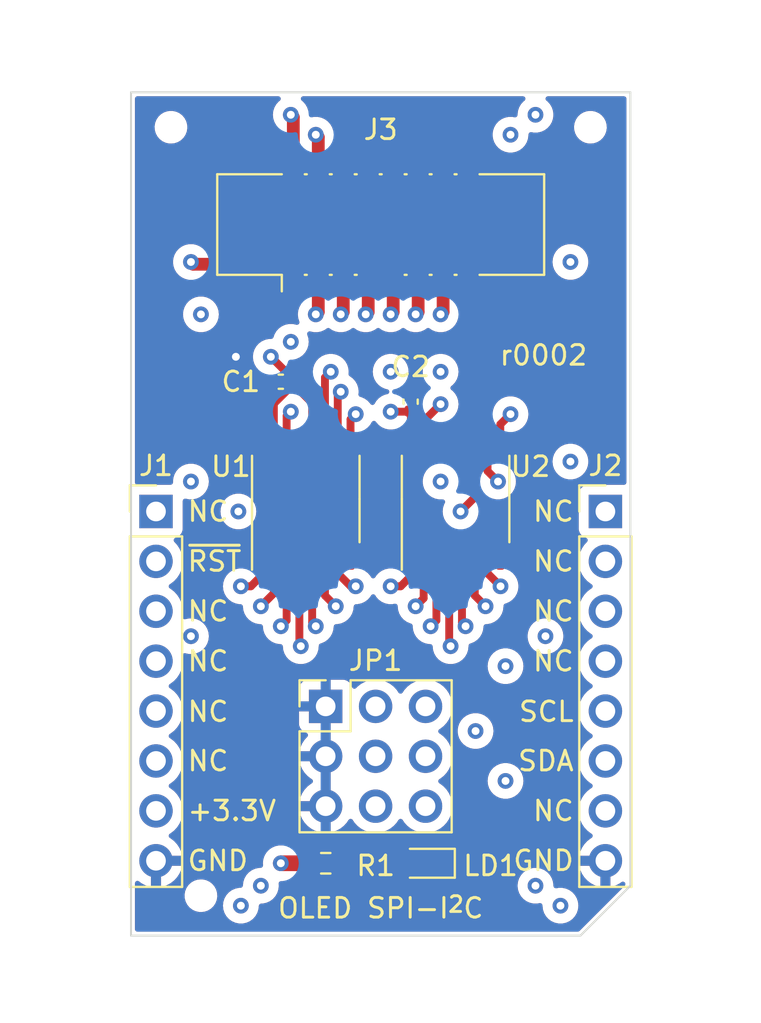
<source format=kicad_pcb>
(kicad_pcb (version 20221018) (generator pcbnew)
  (layers (0 "F.Cu" mixed "F.Cu.Gnd") (1 "In1.Cu" mixed "In1.Cu.SigPwr") (2 "In2.Cu" mixed "In2.Cu.SigPwr") (31 "B.Cu" mixed "B.Cu.Gnd") (34 "B.Paste" user) (35 "F.Paste" user) (36 "B.SilkS" user "B.Silkscreen") (37 "F.SilkS" user "F.Silkscreen") (38 "B.Mask" user) (39 "F.Mask" user) (44 "Edge.Cuts" user))
  (net 0 "")
  (net 1 "GND")
  (net 2 "+3.3V")
  (net 4 "/~{RST}")
  (net 13 "/SCL")
  (net 14 "/SDA")
  (net 16 "/D_D_~{C}")
  (net 17 "/D_EN")
  (net 18 "/D_~{CS}")
  (net 20 "/D_SCK")
  (net 22 "/D_SDO")
  (net 24 "/D_SDI")
  (net 27 "/A0")
  (net 28 "/A1")
  (net 29 "/A2")
  (net 30 "/B_~{INT}")
  (net 31 "Net-(LD1-A)")
  (net 33 "/D_R_~{W}")
  (net 35 "/D_~{RST}")
  (footprint "Capacitor_SMD:C_0402_1005Metric" (layer "F.Cu") (at 39.624 41.91 -90)
    (fp_text reference "C2" (at -1.778 0) (layer "F.SilkS"))
    (fp_text value "100nF")
    (fp_line (start -0.107836 -0.36) (end 0.107836 -0.36) (stroke (width 0.12)) (layer "F.SilkS"))
    (fp_line (start -0.107836 0.36) (end 0.107836 0.36) (stroke (width 0.12)) (layer "F.SilkS"))
    (pad "1" smd roundrect (at -0.48 0 270) (size 0.56 0.62) (layers "F.Cu" "F.Paste" "F.Mask") (net 1 "GND"))
    (pad "2" smd roundrect (at 0.48 0 270) (size 0.56 0.62) (layers "F.Cu" "F.Paste" "F.Mask") (net 2 "+3.3V"))
  )
  (footprint "Capacitor_SMD:C_0402_1005Metric" (layer "F.Cu") (at 33.02 40.894)
    (fp_text reference "C1" (at -2.032 0) (layer "F.SilkS"))
    (fp_text value "100nF")
    (fp_line (start -0.107836 -0.36) (end 0.107836 -0.36) (stroke (width 0.12)) (layer "F.SilkS"))
    (fp_line (start -0.107836 0.36) (end 0.107836 0.36) (stroke (width 0.12)) (layer "F.SilkS"))
    (pad "1" smd roundrect (at -0.48 0) (size 0.56 0.62) (layers "F.Cu" "F.Paste" "F.Mask") (net 1 "GND"))
    (pad "2" smd roundrect (at 0.48 0) (size 0.56 0.62) (layers "F.Cu" "F.Paste" "F.Mask") (net 2 "+3.3V"))
  )
  (footprint "JLCPCB:JLCPCB_Mounting_Hole" (layer "F.Cu") (at 28.956 67.056)
    (fp_text reference "REF**" hide)
    (fp_text value "JLCPCB_Mounting_Hole")
    (pad "" np_thru_hole circle (at 0 0) (size 1.152 1.152) (drill 1.152) (layers "F&B.Cu" "*.Mask"))
  )
  (footprint "LED_SMD:LED_0603_1608Metric" (layer "F.Cu") (at 40.386 65.405 180)
    (fp_text reference "LD1" (at -3.302 -0.127) (layer "F.SilkS"))
    (fp_text value "PWR")
    (fp_line (start -1.485 -0.735) (end -1.485 0.735) (stroke (width 0.12)) (layer "F.SilkS"))
    (fp_line (start -1.485 0.735) (end 0.8 0.735) (stroke (width 0.12)) (layer "F.SilkS"))
    (fp_line (start 0.8 -0.735) (end -1.485 -0.735) (stroke (width 0.12)) (layer "F.SilkS"))
    (pad "1" smd roundrect (at -0.7875 0 180) (size 0.875 0.95) (layers "F.Cu" "F.Paste" "F.Mask") (net 1 "GND"))
    (pad "2" smd roundrect (at 0.7875 0 180) (size 0.875 0.95) (layers "F.Cu" "F.Paste" "F.Mask") (net 31 "Net-(LD1-A)"))
  )
  (footprint "Connector_PinHeader_2.54mm:PinHeader_1x08_P2.54mm_Vertical" (layer "F.Cu") (at 26.67 47.498)
    (fp_text reference "J1" (at 0 -2.33) (layer "F.SilkS"))
    (fp_text value "mikroBUS_L")
    (fp_line (start -1.33 -1.33) (end 0 -1.33) (stroke (width 0.12)) (layer "F.SilkS"))
    (fp_line (start -1.33 0) (end -1.33 -1.33) (stroke (width 0.12)) (layer "F.SilkS"))
    (fp_line (start -1.33 1.27) (end -1.33 19.11) (stroke (width 0.12)) (layer "F.SilkS"))
    (fp_line (start -1.33 1.27) (end 1.33 1.27) (stroke (width 0.12)) (layer "F.SilkS"))
    (fp_line (start -1.33 19.11) (end 1.33 19.11) (stroke (width 0.12)) (layer "F.SilkS"))
    (fp_line (start 1.33 1.27) (end 1.33 19.11) (stroke (width 0.12)) (layer "F.SilkS"))
    (pad "1" thru_hole rect (at 0 0) (size 1.7 1.7) (drill 1) (layers "*.Cu" "*.Mask"))
    (pad "2" thru_hole oval (at 0 2.54) (size 1.7 1.7) (drill 1) (layers "*.Cu" "*.Mask") (net 4 "/~{RST}"))
    (pad "3" thru_hole oval (at 0 5.08) (size 1.7 1.7) (drill 1) (layers "*.Cu" "*.Mask"))
    (pad "4" thru_hole oval (at 0 7.62) (size 1.7 1.7) (drill 1) (layers "*.Cu" "*.Mask"))
    (pad "5" thru_hole oval (at 0 10.16) (size 1.7 1.7) (drill 1) (layers "*.Cu" "*.Mask"))
    (pad "6" thru_hole oval (at 0 12.7) (size 1.7 1.7) (drill 1) (layers "*.Cu" "*.Mask"))
    (pad "7" thru_hole oval (at 0 15.24) (size 1.7 1.7) (drill 1) (layers "*.Cu" "*.Mask") (net 2 "+3.3V"))
    (pad "8" thru_hole oval (at 0 17.78) (size 1.7 1.7) (drill 1) (layers "*.Cu" "*.Mask") (net 1 "GND"))
  )
  (footprint "Connector_PinHeader_2.54mm:PinHeader_1x08_P2.54mm_Vertical" (layer "F.Cu") (at 49.53 47.498)
    (fp_text reference "J2" (at 0 -2.33) (layer "F.SilkS"))
    (fp_text value "mikroBUS_R")
    (fp_line (start -1.33 -1.33) (end 0 -1.33) (stroke (width 0.12)) (layer "F.SilkS"))
    (fp_line (start -1.33 0) (end -1.33 -1.33) (stroke (width 0.12)) (layer "F.SilkS"))
    (fp_line (start -1.33 1.27) (end -1.33 19.11) (stroke (width 0.12)) (layer "F.SilkS"))
    (fp_line (start -1.33 1.27) (end 1.33 1.27) (stroke (width 0.12)) (layer "F.SilkS"))
    (fp_line (start -1.33 19.11) (end 1.33 19.11) (stroke (width 0.12)) (layer "F.SilkS"))
    (fp_line (start 1.33 1.27) (end 1.33 19.11) (stroke (width 0.12)) (layer "F.SilkS"))
    (pad "1" thru_hole rect (at 0 0) (size 1.7 1.7) (drill 1) (layers "*.Cu" "*.Mask"))
    (pad "2" thru_hole oval (at 0 2.54) (size 1.7 1.7) (drill 1) (layers "*.Cu" "*.Mask"))
    (pad "3" thru_hole oval (at 0 5.08) (size 1.7 1.7) (drill 1) (layers "*.Cu" "*.Mask"))
    (pad "4" thru_hole oval (at 0 7.62) (size 1.7 1.7) (drill 1) (layers "*.Cu" "*.Mask"))
    (pad "5" thru_hole oval (at 0 10.16) (size 1.7 1.7) (drill 1) (layers "*.Cu" "*.Mask") (net 13 "/SCL"))
    (pad "6" thru_hole oval (at 0 12.7) (size 1.7 1.7) (drill 1) (layers "*.Cu" "*.Mask") (net 14 "/SDA"))
    (pad "7" thru_hole oval (at 0 15.24) (size 1.7 1.7) (drill 1) (layers "*.Cu" "*.Mask"))
    (pad "8" thru_hole oval (at 0 17.78) (size 1.7 1.7) (drill 1) (layers "*.Cu" "*.Mask") (net 1 "GND"))
  )
  (footprint "Connector_PinHeader_2.54mm_Jumper:PinHeader_3x03_P2.54mm_Vertical" (layer "F.Cu") (at 35.301 57.419)
    (fp_text reference "JP1" (at 2.54 -2.33) (layer "F.SilkS"))
    (fp_text value "ADDR")
    (fp_line (start -1.33 -1.33) (end 0 -1.33) (stroke (width 0.12)) (layer "F.SilkS"))
    (fp_line (start -1.33 0) (end -1.33 -1.33) (stroke (width 0.12)) (layer "F.SilkS"))
    (fp_line (start -1.33 1.27) (end -1.33 6.41) (stroke (width 0.12)) (layer "F.SilkS"))
    (fp_line (start -1.33 1.27) (end 1.27 1.27) (stroke (width 0.12)) (layer "F.SilkS"))
    (fp_line (start -1.33 6.41) (end 6.41 6.41) (stroke (width 0.12)) (layer "F.SilkS"))
    (fp_line (start 1.27 -1.33) (end 6.41 -1.33) (stroke (width 0.12)) (layer "F.SilkS"))
    (fp_line (start 1.27 1.27) (end 1.27 -1.33) (stroke (width 0.12)) (layer "F.SilkS"))
    (fp_line (start 6.41 -1.33) (end 6.41 6.41) (stroke (width 0.12)) (layer "F.SilkS"))
    (pad "1" thru_hole rect (at 0 0) (size 1.7 1.7) (drill 1) (layers "*.Cu" "*.Mask") (net 1 "GND"))
    (pad "2" thru_hole oval (at 2.54 0) (size 1.7 1.7) (drill 1) (layers "*.Cu" "*.Mask") (net 27 "/A0"))
    (pad "3" thru_hole oval (at 5.08 0) (size 1.7 1.7) (drill 1) (layers "*.Cu" "*.Mask") (net 2 "+3.3V"))
    (pad "4" thru_hole oval (at 0 2.54) (size 1.7 1.7) (drill 1) (layers "*.Cu" "*.Mask") (net 1 "GND"))
    (pad "5" thru_hole oval (at 2.54 2.54) (size 1.7 1.7) (drill 1) (layers "*.Cu" "*.Mask") (net 28 "/A1"))
    (pad "6" thru_hole oval (at 5.08 2.54) (size 1.7 1.7) (drill 1) (layers "*.Cu" "*.Mask") (net 2 "+3.3V"))
    (pad "7" thru_hole oval (at 0 5.08) (size 1.7 1.7) (drill 1) (layers "*.Cu" "*.Mask") (net 1 "GND"))
    (pad "8" thru_hole oval (at 2.54 5.08) (size 1.7 1.7) (drill 1) (layers "*.Cu" "*.Mask") (net 29 "/A2"))
    (pad "9" thru_hole oval (at 5.08 5.08) (size 1.7 1.7) (drill 1) (layers "*.Cu" "*.Mask") (net 2 "+3.3V"))
  )
  (footprint "Package_SO:TSSOP-16_4.4x5mm_P0.65mm" (layer "F.Cu") (at 34.29 46.863 90)
    (fp_text reference "U1" (at 1.651 -3.81) (layer "F.SilkS"))
    (fp_text value "SC18IS606PW")
    (fp_line (start 0 -2.735) (end -3.6 -2.735) (stroke (width 0.12)) (layer "F.SilkS"))
    (fp_line (start 0 -2.735) (end 2.2 -2.735) (stroke (width 0.12)) (layer "F.SilkS"))
    (fp_line (start 0 2.735) (end -2.2 2.735) (stroke (width 0.12)) (layer "F.SilkS"))
    (fp_line (start 0 2.735) (end 2.2 2.735) (stroke (width 0.12)) (layer "F.SilkS"))
    (pad "1" smd roundrect (at -2.8625 -2.275 90) (size 1.475 0.4) (layers "F.Cu" "F.Paste" "F.Mask") (net 14 "/SDA"))
    (pad "2" smd roundrect (at -2.8625 -1.625 90) (size 1.475 0.4) (layers "F.Cu" "F.Paste" "F.Mask") (net 13 "/SCL"))
    (pad "3" smd roundrect (at -2.8625 -0.975 90) (size 1.475 0.4) (layers "F.Cu" "F.Paste" "F.Mask") (net 30 "/B_~{INT}"))
    (pad "4" smd roundrect (at -2.8625 -0.325 90) (size 1.475 0.4) (layers "F.Cu" "F.Paste" "F.Mask") (net 4 "/~{RST}"))
    (pad "5" smd roundrect (at -2.8625 0.325 90) (size 1.475 0.4) (layers "F.Cu" "F.Paste" "F.Mask") (net 29 "/A2"))
    (pad "6" smd roundrect (at -2.8625 0.975 90) (size 1.475 0.4) (layers "F.Cu" "F.Paste" "F.Mask") (net 28 "/A1"))
    (pad "7" smd roundrect (at -2.8625 1.625 90) (size 1.475 0.4) (layers "F.Cu" "F.Paste" "F.Mask") (net 27 "/A0"))
    (pad "8" smd roundrect (at -2.8625 2.275 90) (size 1.475 0.4) (layers "F.Cu" "F.Paste" "F.Mask"))
    (pad "9" smd roundrect (at 2.8625 2.275 90) (size 1.475 0.4) (layers "F.Cu" "F.Paste" "F.Mask") (net 18 "/D_~{CS}"))
    (pad "10" smd roundrect (at 2.8625 1.625 90) (size 1.475 0.4) (layers "F.Cu" "F.Paste" "F.Mask") (net 24 "/D_SDI"))
    (pad "11" smd roundrect (at 2.8625 0.975 90) (size 1.475 0.4) (layers "F.Cu" "F.Paste" "F.Mask") (net 20 "/D_SCK"))
    (pad "12" smd roundrect (at 2.8625 0.325 90) (size 1.475 0.4) (layers "F.Cu" "F.Paste" "F.Mask") (net 2 "+3.3V"))
    (pad "13" smd roundrect (at 2.8625 -0.325 90) (size 1.475 0.4) (layers "F.Cu" "F.Paste" "F.Mask") (net 1 "GND"))
    (pad "14" smd roundrect (at 2.8625 -0.975 90) (size 1.475 0.4) (layers "F.Cu" "F.Paste" "F.Mask") (net 22 "/D_SDO"))
    (pad "15" smd roundrect (at 2.8625 -1.625 90) (size 1.475 0.4) (layers "F.Cu" "F.Paste" "F.Mask") (net 2 "+3.3V"))
    (pad "16" smd roundrect (at 2.8625 -2.275 90) (size 1.475 0.4) (layers "F.Cu" "F.Paste" "F.Mask"))
  )
  (footprint "Package_SO:TSSOP-16_4.4x5mm_P0.65mm" (layer "F.Cu") (at 41.91 46.863 90)
    (fp_text reference "U2" (at 1.651 3.81) (layer "F.SilkS"))
    (fp_text value "PCA9557PW")
    (fp_line (start 0 -2.735) (end -3.6 -2.735) (stroke (width 0.12)) (layer "F.SilkS"))
    (fp_line (start 0 -2.735) (end 2.2 -2.735) (stroke (width 0.12)) (layer "F.SilkS"))
    (fp_line (start 0 2.735) (end -2.2 2.735) (stroke (width 0.12)) (layer "F.SilkS"))
    (fp_line (start 0 2.735) (end 2.2 2.735) (stroke (width 0.12)) (layer "F.SilkS"))
    (pad "1" smd roundrect (at -2.8625 -2.275 90) (size 1.475 0.4) (layers "F.Cu" "F.Paste" "F.Mask") (net 13 "/SCL"))
    (pad "2" smd roundrect (at -2.8625 -1.625 90) (size 1.475 0.4) (layers "F.Cu" "F.Paste" "F.Mask") (net 14 "/SDA"))
    (pad "3" smd roundrect (at -2.8625 -0.975 90) (size 1.475 0.4) (layers "F.Cu" "F.Paste" "F.Mask") (net 27 "/A0"))
    (pad "4" smd roundrect (at -2.8625 -0.325 90) (size 1.475 0.4) (layers "F.Cu" "F.Paste" "F.Mask") (net 28 "/A1"))
    (pad "5" smd roundrect (at -2.8625 0.325 90) (size 1.475 0.4) (layers "F.Cu" "F.Paste" "F.Mask") (net 29 "/A2"))
    (pad "6" smd roundrect (at -2.8625 0.975 90) (size 1.475 0.4) (layers "F.Cu" "F.Paste" "F.Mask") (net 30 "/B_~{INT}"))
    (pad "7" smd roundrect (at -2.8625 1.625 90) (size 1.475 0.4) (layers "F.Cu" "F.Paste" "F.Mask") (net 16 "/D_D_~{C}"))
    (pad "8" smd roundrect (at -2.8625 2.275 90) (size 1.475 0.4) (layers "F.Cu" "F.Paste" "F.Mask") (net 1 "GND"))
    (pad "9" smd roundrect (at 2.8625 2.275 90) (size 1.475 0.4) (layers "F.Cu" "F.Paste" "F.Mask") (net 17 "/D_EN"))
    (pad "10" smd roundrect (at 2.8625 1.625 90) (size 1.475 0.4) (layers "F.Cu" "F.Paste" "F.Mask") (net 33 "/D_R_~{W}"))
    (pad "11" smd roundrect (at 2.8625 0.975 90) (size 1.475 0.4) (layers "F.Cu" "F.Paste" "F.Mask") (net 35 "/D_~{RST}"))
    (pad "12" smd roundrect (at 2.8625 0.325 90) (size 1.475 0.4) (layers "F.Cu" "F.Paste" "F.Mask"))
    (pad "13" smd roundrect (at 2.8625 -0.325 90) (size 1.475 0.4) (layers "F.Cu" "F.Paste" "F.Mask"))
    (pad "14" smd roundrect (at 2.8625 -0.975 90) (size 1.475 0.4) (layers "F.Cu" "F.Paste" "F.Mask"))
    (pad "15" smd roundrect (at 2.8625 -1.625 90) (size 1.475 0.4) (layers "F.Cu" "F.Paste" "F.Mask") (net 4 "/~{RST}"))
    (pad "16" smd roundrect (at 2.8625 -2.275 90) (size 1.475 0.4) (layers "F.Cu" "F.Paste" "F.Mask") (net 2 "+3.3V"))
  )
  (footprint "Connector_PinHeader_1.27mm_LowProfile:CNC_3221-16-0300-00" (layer "F.Cu") (at 38.1 32.893)
    (fp_text reference "J3" (at 0 -4.83 unlocked) (layer "F.SilkS"))
    (fp_text value "Conn_02x08_Odd_Even")
    (fp_line (start -8.315 -2.56) (end -8.315 2.56) (stroke (width 0.12)) (layer "F.SilkS"))
    (fp_line (start -8.315 -2.56) (end -5.03 -2.56) (stroke (width 0.12)) (layer "F.SilkS"))
    (fp_line (start -8.315 2.56) (end -5.03 2.56) (stroke (width 0.12)) (layer "F.SilkS"))
    (fp_line (start -5.03 2.56) (end -5.03 3.4) (stroke (width 0.12)) (layer "F.SilkS"))
    (fp_line (start -3.86 -2.56) (end -3.76 -2.56) (stroke (width 0.12)) (layer "F.SilkS"))
    (fp_line (start -3.86 2.56) (end -3.76 2.56) (stroke (width 0.12)) (layer "F.SilkS"))
    (fp_line (start -2.59 -2.56) (end -2.49 -2.56) (stroke (width 0.12)) (layer "F.SilkS"))
    (fp_line (start -2.59 2.56) (end -2.49 2.56) (stroke (width 0.12)) (layer "F.SilkS"))
    (fp_line (start -1.32 -2.56) (end -1.22 -2.56) (stroke (width 0.12)) (layer "F.SilkS"))
    (fp_line (start -1.32 2.56) (end -1.22 2.56) (stroke (width 0.12)) (layer "F.SilkS"))
    (fp_line (start -0.05 -2.56) (end 0.05 -2.56) (stroke (width 0.12)) (layer "F.SilkS"))
    (fp_line (start 1.22 -2.56) (end 1.32 -2.56) (stroke (width 0.12)) (layer "F.SilkS"))
    (fp_line (start 1.22 2.56) (end 1.32 2.56) (stroke (width 0.12)) (layer "F.SilkS"))
    (fp_line (start 2.49 -2.56) (end 2.59 -2.56) (stroke (width 0.12)) (layer "F.SilkS"))
    (fp_line (start 2.49 2.56) (end 2.59 2.56) (stroke (width 0.12)) (layer "F.SilkS"))
    (fp_line (start 3.76 -2.56) (end 3.86 -2.56) (stroke (width 0.12)) (layer "F.SilkS"))
    (fp_line (start 3.76 2.56) (end 3.86 2.56) (stroke (width 0.12)) (layer "F.SilkS"))
    (fp_line (start 5.03 -2.56) (end 8.315 -2.56) (stroke (width 0.12)) (layer "F.SilkS"))
    (fp_line (start 5.03 2.56) (end 8.315 2.56) (stroke (width 0.12)) (layer "F.SilkS"))
    (fp_line (start 8.315 -2.56) (end 8.315 2.56) (stroke (width 0.12)) (layer "F.SilkS"))
    (pad "1" smd rect (at -4.445 2.02) (size 0.65 2.76) (layers "F.Cu" "F.Paste" "F.Mask") (net 33 "/D_R_~{W}"))
    (pad "2" smd rect (at -4.445 -2.02) (size 0.65 2.76) (layers "F.Cu" "F.Paste" "F.Mask") (net 16 "/D_D_~{C}"))
    (pad "3" smd rect (at -3.175 2.02) (size 0.65 2.76) (layers "F.Cu" "F.Paste" "F.Mask") (net 35 "/D_~{RST}"))
    (pad "4" smd rect (at -3.175 -2.02) (size 0.65 2.76) (layers "F.Cu" "F.Paste" "F.Mask") (net 17 "/D_EN"))
    (pad "5" smd rect (at -1.905 2.02) (size 0.65 2.76) (layers "F.Cu" "F.Paste" "F.Mask") (net 18 "/D_~{CS}"))
    (pad "6" smd rect (at -1.905 -2.02) (size 0.65 2.76) (layers "F.Cu" "F.Paste" "F.Mask"))
    (pad "7" smd rect (at -0.635 2.02) (size 0.65 2.76) (layers "F.Cu" "F.Paste" "F.Mask") (net 20 "/D_SCK"))
    (pad "8" smd rect (at -0.635 -2.02) (size 0.65 2.76) (layers "F.Cu" "F.Paste" "F.Mask"))
    (pad "9" smd rect (at 0.635 2.02) (size 0.65 2.76) (layers "F.Cu" "F.Paste" "F.Mask") (net 22 "/D_SDO"))
    (pad "10" smd rect (at 0.635 -2.02) (size 0.65 2.76) (layers "F.Cu" "F.Paste" "F.Mask"))
    (pad "11" smd rect (at 1.905 2.02) (size 0.65 2.76) (layers "F.Cu" "F.Paste" "F.Mask") (net 24 "/D_SDI"))
    (pad "12" smd rect (at 1.905 -2.02) (size 0.65 2.76) (layers "F.Cu" "F.Paste" "F.Mask"))
    (pad "13" smd rect (at 3.175 2.02) (size 0.65 2.76) (layers "F.Cu" "F.Paste" "F.Mask") (net 2 "+3.3V"))
    (pad "14" smd rect (at 3.175 -2.02) (size 0.65 2.76) (layers "F.Cu" "F.Paste" "F.Mask"))
    (pad "15" smd rect (at 4.445 2.02) (size 0.65 2.76) (layers "F.Cu" "F.Paste" "F.Mask") (net 1 "GND"))
    (pad "16" smd rect (at 4.445 -2.02) (size 0.65 2.76) (layers "F.Cu" "F.Paste" "F.Mask") (net 1 "GND"))
  )
  (footprint "JLCPCB:JLCPCB_Mounting_Hole" (layer "F.Cu") (at 27.432 27.94)
    (fp_text reference "REF**" hide)
    (fp_text value "JLCPCB_Mounting_Hole")
    (pad "" np_thru_hole circle (at 0 0) (size 1.152 1.152) (drill 1.152) (layers "F&B.Cu" "*.Mask"))
  )
  (footprint "Resistor_SMD:R_0603_1608Metric" (layer "F.Cu") (at 35.306 65.405)
    (fp_text reference "R1" (at 2.54 0.127) (layer "F.SilkS"))
    (fp_text value "470Ω")
    (fp_line (start -0.237258 -0.5225) (end 0.237258 -0.5225) (stroke (width 0.12)) (layer "F.SilkS"))
    (fp_line (start -0.237258 0.5225) (end 0.237258 0.5225) (stroke (width 0.12)) (layer "F.SilkS"))
    (pad "1" smd roundrect (at -0.825 0) (size 0.8 0.95) (layers "F.Cu" "F.Paste" "F.Mask") (net 2 "+3.3V"))
    (pad "2" smd roundrect (at 0.825 0) (size 0.8 0.95) (layers "F.Cu" "F.Paste" "F.Mask") (net 31 "Net-(LD1-A)"))
  )
  (footprint "JLCPCB:JLCPCB_Mounting_Hole" (layer "F.Cu") (at 48.768 27.94)
    (fp_text reference "REF**" hide)
    (fp_text value "JLCPCB_Mounting_Hole")
    (pad "" np_thru_hole circle (at 0 0) (size 1.152 1.152) (drill 1.152) (layers "F&B.Cu" "*.Mask"))
  )
  (gr_line (start 50.8 66.548) (end 50.8 26.162) (stroke (width 0.1)) (layer "Edge.Cuts"))
  (gr_line (start 25.4 69.088) (end 25.4 26.162) (stroke (width 0.1)) (layer "Edge.Cuts"))
  (gr_line (start 25.4 26.162) (end 50.8 26.162) (stroke (width 0.1)) (layer "Edge.Cuts"))
  (gr_line (start 25.4 69.088) (end 48.26 69.088) (stroke (width 0.1)) (layer "Edge.Cuts"))
  (gr_line (start 48.26 69.088) (end 50.8 66.548) (stroke (width 0.1)) (layer "Edge.Cuts"))
  (gr_text "SDA" (at 48.006 60.198) (layer "F.SilkS") (effects (font (size 1 1)) (justify right)))
  (gr_text "OLED SPI-I^{2}C" (at 38.1 67.691) (layer "F.SilkS") (effects (font (size 1 1))))
  (gr_text "r0002" (at 44.069 40.132) (layer "F.SilkS") (effects (font (size 1 1)) (justify left bottom)))
  (gr_text "NC" (at 48.006 50.038) (layer "F.SilkS") (effects (font (size 1 1)) (justify right)))
  (gr_text "~{RST}" (at 28.190279 50.038) (layer "F.SilkS") (effects (font (size 1 1)) (justify left)))
  (gr_text "NC" (at 28.194 47.498) (layer "F.SilkS") (effects (font (size 1 1)) (justify left)))
  (gr_text "NC" (at 28.194 57.688) (layer "F.SilkS") (effects (font (size 1 1)) (justify left)))
  (gr_text "NC" (at 48.006 62.738) (layer "F.SilkS") (effects (font (size 1 1)) (justify right)))
  (gr_text "NC" (at 48.006 55.118) (layer "F.SilkS") (effects (font (size 1 1)) (justify right)))
  (gr_text "NC" (at 48.006 52.578) (layer "F.SilkS") (effects (font (size 1 1)) (justify right)))
  (gr_text "+3.3V" (at 28.194 62.738) (layer "F.SilkS") (effects (font (size 1 1)) (justify left)))
  (gr_text "GND" (at 28.194 65.278) (layer "F.SilkS") (effects (font (size 1 1)) (justify left)))
  (gr_text "GND" (at 48.006 65.270852) (layer "F.SilkS") (effects (font (size 1 1)) (justify right)))
  (gr_text "NC" (at 48.006 47.498) (layer "F.SilkS") (effects (font (size 1 1)) (justify right)))
  (gr_text "SCL" (at 48.006 57.688) (layer "F.SilkS") (effects (font (size 1 1)) (justify right)))
  (gr_text "NC" (at 28.194 52.578) (layer "F.SilkS") (effects (font (size 1 1)) (justify left)))
  (gr_text "NC" (at 28.194 60.198) (layer "F.SilkS") (effects (font (size 1 1)) (justify left)))
  (gr_text "NC" (at 28.194 55.118) (layer "F.SilkS") (effects (font (size 1 1)) (justify left)))
  (segment (start 33.965 44.0005) (end 33.965 45.268) (width 0.4) (layer "F.Cu") (net 1))
  (via (at 30.734 39.624) (size 0.8) (drill 0.4) (layers "F.Cu" "B.Cu") (net 1))
  (segment (start 39.635 44.0005) (end 39.635 42.302) (width 0.4) (layer "F.Cu") (net 2))
  (segment (start 34.481 65.405) (end 33.02 65.405) (width 0.8) (layer "F.Cu") (net 2))
  (segment (start 33.5 40.894) (end 33.5 40.612) (width 0.4) (layer "F.Cu") (net 2))
  (segment (start 41.275 37.338) (end 41.148 37.465) (width 0.65) (layer "F.Cu") (net 2))
  (segment (start 34.615 41.981) (end 34.615 44.0005) (width 0.4) (layer "F.Cu") (net 2))
  (segment (start 34.615 41.981) (end 33.782 41.148) (width 0.4) (layer "F.Cu") (net 2))
  (segment (start 32.665 44.0005) (end 32.665 42.011) (width 0.4) (layer "F.Cu") (net 2))
  (segment (start 33.5 40.612) (end 32.512 39.624) (width 0.4) (layer "F.Cu") (net 2))
  (segment (start 33.782 41.148) (end 33.528 41.148) (width 0.4) (layer "F.Cu") (net 2))
  (segment (start 39.624 42.418) (end 38.608 42.418) (width 0.4) (layer "F.Cu") (net 2))
  (segment (start 32.665 42.011) (end 33.528 41.148) (width 0.4) (layer "F.Cu") (net 2))
  (segment (start 41.275 34.913) (end 41.275 37.338) (width 0.65) (layer "F.Cu") (net 2))
  (via (at 32.512 39.624) (size 0.8) (drill 0.4) (layers "F.Cu" "B.Cu") (net 2))
  (via (at 46.482 53.848) (size 0.8) (drill 0.4) (layers "F.Cu" "B.Cu") (net 2))
  (via (at 38.608 42.418) (size 0.8) (drill 0.4) (layers "F.Cu" "B.Cu") (net 2))
  (via (at 33.02 65.405) (size 0.8) (drill 0.4) (layers "F.Cu" "B.Cu") (net 2))
  (via (at 41.148 37.465) (size 0.8) (drill 0.4) (layers "F.Cu" "B.Cu") (net 2))
  (segment (start 33.965 54.285) (end 34.036 54.356) (width 0.4) (layer "F.Cu") (net 4))
  (segment (start 40.285 42.9) (end 41.148 42.037) (width 0.4) (layer "F.Cu") (net 4))
  (segment (start 40.285 44.0005) (end 40.285 42.9) (width 0.4) (layer "F.Cu") (net 4))
  (segment (start 33.965 49.7255) (end 33.965 54.285) (width 0.4) (layer "F.Cu") (net 4))
  (via (at 34.036 54.356) (size 0.8) (drill 0.4) (layers "F.Cu" "B.Cu") (net 4))
  (via (at 28.448 53.848) (size 0.8) (drill 0.4) (layers "F.Cu" "B.Cu") (net 4))
  (via (at 41.148 45.974) (size 0.8) (drill 0.4) (layers "F.Cu" "B.Cu") (net 4))
  (via (at 41.148 42.037) (size 0.8) (drill 0.4) (layers "F.Cu" "B.Cu") (net 4))
  (via (at 28.448 45.974) (size 0.8) (drill 0.4) (layers "F.Cu" "B.Cu") (net 4))
  (segment (start 32.665 49.7255) (end 32.665 51.663) (width 0.4) (layer "F.Cu") (net 13))
  (segment (start 39.116 51.308) (end 38.608 51.308) (width 0.4) (layer "F.Cu") (net 13))
  (segment (start 32.665 51.663) (end 32.004 52.324) (width 0.4) (layer "F.Cu") (net 13))
  (segment (start 39.635 49.7255) (end 39.635 50.789) (width 0.4) (layer "F.Cu") (net 13))
  (segment (start 39.635 50.789) (end 39.116 51.308) (width 0.4) (layer "F.Cu") (net 13))
  (via (at 38.608 51.308) (size 0.8) (drill 0.4) (layers "F.Cu" "B.Cu") (net 13))
  (via (at 32.004 52.324) (size 0.8) (drill 0.4) (layers "F.Cu" "B.Cu") (net 13))
  (via (at 45.974 66.548) (size 0.8) (drill 0.4) (layers "F.Cu" "B.Cu") (net 13))
  (via (at 32.004 66.548) (size 0.8) (drill 0.4) (layers "F.Cu" "B.Cu") (net 13))
  (segment (start 40.285 51.917) (end 39.878 52.324) (width 0.4) (layer "F.Cu") (net 14))
  (segment (start 31.496 51.308) (end 30.988 51.308) (width 0.4) (layer "F.Cu") (net 14))
  (segment (start 40.285 49.7255) (end 40.285 51.917) (width 0.4) (layer "F.Cu") (net 14))
  (segment (start 32.015 50.789) (end 31.496 51.308) (width 0.4) (layer "F.Cu") (net 14))
  (segment (start 32.015 49.7255) (end 32.015 50.789) (width 0.4) (layer "F.Cu") (net 14))
  (via (at 30.988 67.564) (size 0.8) (drill 0.4) (layers "F.Cu" "B.Cu") (net 14))
  (via (at 39.878 52.324) (size 0.8) (drill 0.4) (layers "F.Cu" "B.Cu") (net 14))
  (via (at 30.988 51.308) (size 0.8) (drill 0.4) (layers "F.Cu" "B.Cu") (net 14))
  (via (at 47.244 67.564) (size 0.8) (drill 0.4) (layers "F.Cu" "B.Cu") (net 14))
  (segment (start 33.655 27.432) (end 33.528 27.305) (width 0.65) (layer "F.Cu") (net 16))
  (segment (start 33.655 30.873) (end 33.655 27.432) (width 0.65) (layer "F.Cu") (net 16))
  (segment (start 43.535 49.7255) (end 43.535 50.647) (width 0.4) (layer "F.Cu") (net 16))
  (segment (start 43.535 50.647) (end 44.196 51.308) (width 0.4) (layer "F.Cu") (net 16))
  (via (at 44.196 51.308) (size 0.8) (drill 0.4) (layers "F.Cu" "B.Cu") (net 16))
  (via (at 33.528 27.305) (size 0.8) (drill 0.4) (layers "F.Cu" "B.Cu") (net 16))
  (via (at 45.974 27.305) (size 0.8) (drill 0.4) (layers "F.Cu" "B.Cu") (net 16))
  (segment (start 44.185 43.064) (end 44.704 42.545) (width 0.4) (layer "F.Cu") (net 17))
  (segment (start 34.925 30.873) (end 34.925 28.448) (width 0.65) (layer "F.Cu") (net 17))
  (segment (start 34.925 28.448) (end 34.798 28.321) (width 0.65) (layer "F.Cu") (net 17))
  (segment (start 44.185 44.0005) (end 44.185 43.064) (width 0.4) (layer "F.Cu") (net 17))
  (via (at 44.704 28.321) (size 0.8) (drill 0.4) (layers "F.Cu" "B.Cu") (net 17))
  (via (at 44.704 42.545) (size 0.8) (drill 0.4) (layers "F.Cu" "B.Cu") (net 17))
  (via (at 34.798 28.321) (size 0.8) (drill 0.4) (layers "F.Cu" "B.Cu") (net 17))
  (segment (start 36.195 34.913) (end 36.195 37.338) (width 0.65) (layer "F.Cu") (net 18))
  (segment (start 36.195 37.338) (end 36.068 37.465) (width 0.65) (layer "F.Cu") (net 18))
  (segment (start 36.565 44.0005) (end 36.565 42.81) (width 0.4) (layer "F.Cu") (net 18))
  (segment (start 36.565 42.81) (end 36.83 42.545) (width 0.4) (layer "F.Cu") (net 18))
  (via (at 36.068 37.465) (size 0.8) (drill 0.4) (layers "F.Cu" "B.Cu") (net 18))
  (via (at 36.83 42.545) (size 0.8) (drill 0.4) (layers "F.Cu" "B.Cu") (net 18))
  (segment (start 37.465 34.913) (end 37.465 37.338) (width 0.65) (layer "F.Cu") (net 20))
  (segment (start 35.265 40.681) (end 35.56 40.386) (width 0.4) (layer "F.Cu") (net 20))
  (segment (start 35.265 44.0005) (end 35.265 40.681) (width 0.4) (layer "F.Cu") (net 20))
  (segment (start 37.465 37.338) (end 37.338 37.465) (width 0.65) (layer "F.Cu") (net 20))
  (via (at 38.608 40.386) (size 0.8) (drill 0.4) (layers "F.Cu" "B.Cu") (net 20))
  (via (at 35.56 40.386) (size 0.8) (drill 0.4) (layers "F.Cu" "B.Cu") (net 20))
  (via (at 37.338 37.465) (size 0.8) (drill 0.4) (layers "F.Cu" "B.Cu") (net 20))
  (segment (start 33.315 42.631) (end 33.528 42.418) (width 0.4) (layer "F.Cu") (net 22))
  (segment (start 38.735 34.913) (end 38.735 37.338) (width 0.65) (layer "F.Cu") (net 22))
  (segment (start 33.315 44.0005) (end 33.315 42.631) (width 0.4) (layer "F.Cu") (net 22))
  (segment (start 38.735 37.338) (end 38.608 37.465) (width 0.65) (layer "F.Cu") (net 22))
  (via (at 33.528 38.862) (size 0.8) (drill 0.4) (layers "F.Cu" "B.Cu") (net 22))
  (via (at 33.528 42.418) (size 0.8) (drill 0.4) (layers "F.Cu" "B.Cu") (net 22))
  (via (at 38.608 37.465) (size 0.8) (drill 0.4) (layers "F.Cu" "B.Cu") (net 22))
  (segment (start 35.915 41.555) (end 36.068 41.402) (width 0.4) (layer "F.Cu") (net 24))
  (segment (start 35.915 44.0005) (end 35.915 41.555) (width 0.4) (layer "F.Cu") (net 24))
  (segment (start 40.005 37.338) (end 39.878 37.465) (width 0.65) (layer "F.Cu") (net 24))
  (segment (start 40.005 34.913) (end 40.005 37.338) (width 0.65) (layer "F.Cu") (net 24))
  (via (at 39.878 37.465) (size 0.8) (drill 0.4) (layers "F.Cu" "B.Cu") (net 24))
  (via (at 41.148 40.386) (size 0.8) (drill 0.4) (layers "F.Cu" "B.Cu") (net 24))
  (via (at 36.068 41.402) (size 0.8) (drill 0.4) (layers "F.Cu" "B.Cu") (net 24))
  (segment (start 40.935 53.045) (end 40.64 53.34) (width 0.4) (layer "F.Cu") (net 27))
  (segment (start 35.915 49.7255) (end 35.915 50.647) (width 0.4) (layer "F.Cu") (net 27))
  (segment (start 35.915 50.647) (end 36.576 51.308) (width 0.4) (layer "F.Cu") (net 27))
  (segment (start 40.935 49.7255) (end 40.935 53.045) (width 0.4) (layer "F.Cu") (net 27))
  (segment (start 36.576 51.308) (end 36.83 51.308) (width 0.4) (layer "F.Cu") (net 27))
  (via (at 36.83 51.308) (size 0.8) (drill 0.4) (layers "F.Cu" "B.Cu") (net 27))
  (via (at 40.64 53.34) (size 0.8) (drill 0.4) (layers "F.Cu" "B.Cu") (net 27))
  (segment (start 41.585 49.7255) (end 41.585 54.285) (width 0.4) (layer "F.Cu") (net 28))
  (segment (start 35.265 49.7255) (end 35.265 51.775) (width 0.4) (layer "F.Cu") (net 28))
  (segment (start 35.265 51.775) (end 35.814 52.324) (width 0.4) (layer "F.Cu") (net 28))
  (segment (start 41.585 54.285) (end 41.656 54.356) (width 0.4) (layer "F.Cu") (net 28))
  (via (at 42.926 58.674) (size 0.8) (drill 0.4) (layers "F.Cu" "B.Cu") (net 28))
  (via (at 35.814 52.324) (size 0.8) (drill 0.4) (layers "F.Cu" "B.Cu") (net 28))
  (via (at 41.656 54.356) (size 0.8) (drill 0.4) (layers "F.Cu" "B.Cu") (net 28))
  (segment (start 34.615 53.157) (end 34.798 53.34) (width 0.4) (layer "F.Cu") (net 29))
  (segment (start 42.235 49.7255) (end 42.235 53.157) (width 0.4) (layer "F.Cu") (net 29))
  (segment (start 34.615 49.7255) (end 34.615 53.157) (width 0.4) (layer "F.Cu") (net 29))
  (segment (start 42.235 53.157) (end 42.418 53.34) (width 0.4) (layer "F.Cu") (net 29))
  (via (at 44.45 55.372) (size 0.8) (drill 0.4) (layers "F.Cu" "B.Cu") (net 29))
  (via (at 42.418 53.34) (size 0.8) (drill 0.4) (layers "F.Cu" "B.Cu") (net 29))
  (via (at 34.798 53.34) (size 0.8) (drill 0.4) (layers "F.Cu" "B.Cu") (net 29))
  (via (at 44.45 61.214) (size 0.8) (drill 0.4) (layers "F.Cu" "B.Cu") (net 29))
  (segment (start 42.885 49.7255) (end 42.885 51.775) (width 0.4) (layer "F.Cu") (net 30))
  (segment (start 33.315 49.7255) (end 33.315 53.045) (width 0.4) (layer "F.Cu") (net 30))
  (segment (start 42.885 51.775) (end 43.434 52.324) (width 0.4) (layer "F.Cu") (net 30))
  (segment (start 33.315 53.045) (end 33.02 53.34) (width 0.4) (layer "F.Cu") (net 30))
  (via (at 33.02 53.34) (size 0.8) (drill 0.4) (layers "F.Cu" "B.Cu") (net 30))
  (via (at 43.434 52.324) (size 0.8) (drill 0.4) (layers "F.Cu" "B.Cu") (net 30))
  (segment (start 36.131 65.405) (end 39.624 65.405) (width 0.8) (layer "F.Cu") (net 31))
  (segment (start 43.535 44.0005) (end 43.535 45.44) (width 0.4) (layer "F.Cu") (net 33))
  (segment (start 33.655 34.913) (end 28.563 34.913) (width 0.65) (layer "F.Cu") (net 33))
  (segment (start 43.535 45.44) (end 44.069 45.974) (width 0.4) (layer "F.Cu") (net 33))
  (segment (start 28.563 34.913) (end 28.448 34.798) (width 0.65) (layer "F.Cu") (net 33))
  (via (at 44.069 45.974) (size 0.8) (drill 0.4) (layers "F.Cu" "B.Cu") (net 33))
  (via (at 47.752 34.798) (size 0.8) (drill 0.4) (layers "F.Cu" "B.Cu") (net 33))
  (via (at 47.752 44.958) (size 0.8) (drill 0.4) (layers "F.Cu" "B.Cu") (net 33))
  (via (at 28.448 34.798) (size 0.8) (drill 0.4) (layers "F.Cu" "B.Cu") (net 33))
  (segment (start 34.925 34.913) (end 34.925 37.338) (width 0.65) (layer "F.Cu") (net 35))
  (segment (start 42.885 44.0005) (end 42.885 46.777) (width 0.4) (layer "F.Cu") (net 35))
  (segment (start 42.885 46.777) (end 42.164 47.498) (width 0.4) (layer "F.Cu") (net 35))
  (segment (start 34.925 37.338) (end 34.798 37.465) (width 0.65) (layer "F.Cu") (net 35))
  (via (at 28.956 37.465) (size 0.8) (drill 0.4) (layers "F.Cu" "B.Cu") (net 35))
  (via (at 30.861 47.498) (size 0.8) (drill 0.4) (layers "F.Cu" "B.Cu") (net 35))
  (via (at 34.798 37.465) (size 0.8) (drill 0.4) (layers "F.Cu" "B.Cu") (net 35))
  (via (at 42.164 47.498) (size 0.8) (drill 0.4) (layers "F.Cu" "B.Cu") (net 35))
  (zone (net 1) (net_name "GND") (layer "F.Cu") (connect_pads (clearance 0.508)) (min_thickness 0.254) (fill yes (thermal_gap 0.508) (thermal_bridge_width 0.508))
    (polygon (pts (xy 52.07 69.723) (xy 24.13 69.723) (xy 24.13 25.273) (xy 52.07 25.273)))
  )
  (zone (net 1) (net_name "GND") (layer "B.Cu") (connect_pads (clearance 0.508)) (min_thickness 0.254) (fill yes (thermal_gap 0.508) (thermal_bridge_width 0.508))
    (polygon (pts (xy 55.88 73.533) (xy 20.32 73.533) (xy 20.32 21.463) (xy 55.88 21.463)))
  )
)
</source>
